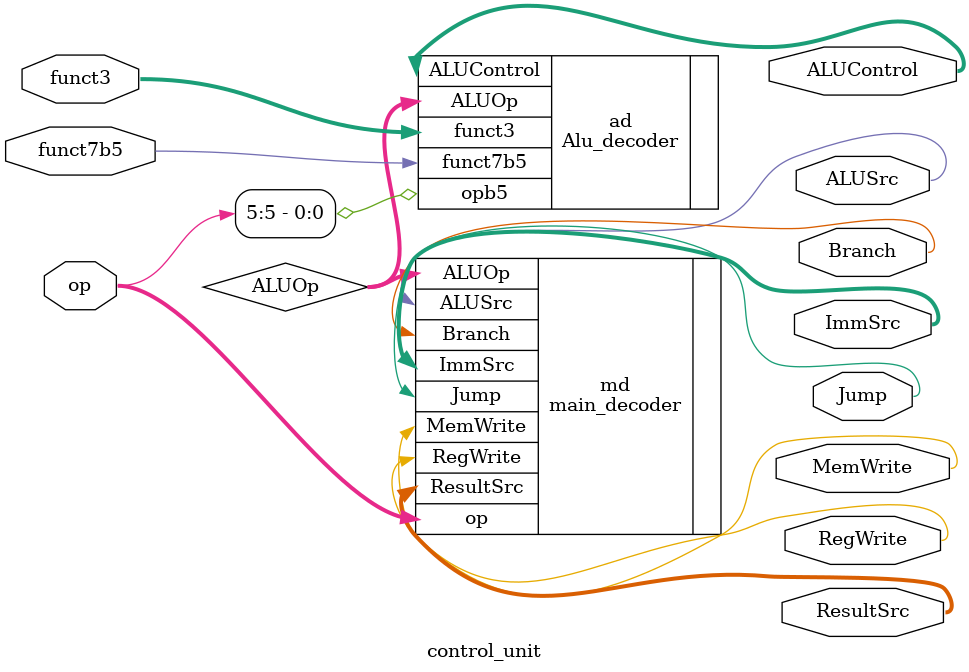
<source format=sv>
`timescale 1ns / 1ps

module control_unit(
    input  logic [6:0] op,          // Opcode field from instruction
    input  logic [2:0] funct3,      // funct3 field from instruction
    input  logic       funct7b5,    // funct7 bit[5] (used for SUB)
    output logic       Jump,         // Jump control signal (JAL / JALR)
    output logic [1:0] ResultSrc,    // Selects write-back result source
    output logic       MemWrite,     // Data memory write enable
    output logic       Branch,       // Branch instruction indicator
    output logic [1:0] ImmSrc,       // Immediate format selector
    output logic       RegWrite,     // Register file write enable
    output logic       ALUSrc,       // ALU source select (reg or immediate)
    output logic [2:0] ALUControl    // Final ALU operation control
);

    // Intermediate ALUOp signal between main decoder and ALU decoder
    logic [1:0] ALUOp;

    // ALU Decoder
    // Generates ALUControl based on ALUOp, funct3, and funct7
    Alu_decoder ad (
        .opb5(op[5]),
        .funct3(funct3),
        .funct7b5(funct7b5),
        .ALUOp(ALUOp),
        .ALUControl(ALUControl)
    );

    // Main Decoder
    // Generates high-level control signals from opcode
    main_decoder md (
        .op(op),
        .RegWrite(RegWrite),
        .ResultSrc(ResultSrc),
        .ALUOp(ALUOp),
        .ImmSrc(ImmSrc),
        .ALUSrc(ALUSrc),
        .MemWrite(MemWrite),
        .Jump(Jump),
        .Branch(Branch)
    );

endmodule

</source>
